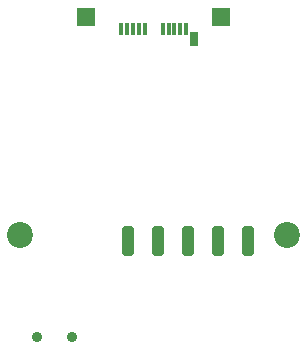
<source format=gbr>
%TF.GenerationSoftware,KiCad,Pcbnew,7.0.8*%
%TF.CreationDate,2024-04-10T13:39:31+02:00*%
%TF.ProjectId,Expansion_Card_Retrofit,45787061-6e73-4696-9f6e-5f436172645f,X1*%
%TF.SameCoordinates,Original*%
%TF.FileFunction,Soldermask,Bot*%
%TF.FilePolarity,Negative*%
%FSLAX46Y46*%
G04 Gerber Fmt 4.6, Leading zero omitted, Abs format (unit mm)*
G04 Created by KiCad (PCBNEW 7.0.8) date 2024-04-10 13:39:31*
%MOMM*%
%LPD*%
G01*
G04 APERTURE LIST*
G04 Aperture macros list*
%AMRoundRect*
0 Rectangle with rounded corners*
0 $1 Rounding radius*
0 $2 $3 $4 $5 $6 $7 $8 $9 X,Y pos of 4 corners*
0 Add a 4 corners polygon primitive as box body*
4,1,4,$2,$3,$4,$5,$6,$7,$8,$9,$2,$3,0*
0 Add four circle primitives for the rounded corners*
1,1,$1+$1,$2,$3*
1,1,$1+$1,$4,$5*
1,1,$1+$1,$6,$7*
1,1,$1+$1,$8,$9*
0 Add four rect primitives between the rounded corners*
20,1,$1+$1,$2,$3,$4,$5,0*
20,1,$1+$1,$4,$5,$6,$7,0*
20,1,$1+$1,$6,$7,$8,$9,0*
20,1,$1+$1,$8,$9,$2,$3,0*%
G04 Aperture macros list end*
%ADD10C,2.200000*%
%ADD11R,0.380000X1.000000*%
%ADD12R,0.700000X1.150000*%
%ADD13RoundRect,0.250000X-0.250000X-1.000000X0.250000X-1.000000X0.250000X1.000000X-0.250000X1.000000X0*%
%ADD14C,0.900000*%
%ADD15R,1.500000X1.500000*%
G04 APERTURE END LIST*
D10*
%TO.C,H1*%
X129000000Y-104550000D03*
%TD*%
%TO.C,H2*%
X151600000Y-104550000D03*
%TD*%
D11*
%TO.C,P1*%
X143050000Y-87090000D03*
X142550000Y-87090000D03*
X142050000Y-87090000D03*
X141550000Y-87090000D03*
X141050000Y-87090000D03*
X139550000Y-87090000D03*
X139050000Y-87090000D03*
X138550000Y-87090000D03*
X138050000Y-87090000D03*
X137550000Y-87090000D03*
D12*
X143720000Y-87930000D03*
%TD*%
D13*
%TO.C,J1*%
X138120000Y-105025000D03*
X140660000Y-105025000D03*
X143200000Y-105025000D03*
X145740000Y-105025000D03*
X148280000Y-105025000D03*
%TD*%
D14*
%TO.C,S1*%
X133400000Y-113200000D03*
X130400000Y-113200000D03*
%TD*%
D15*
%TO.C,TP2*%
X134600000Y-86050000D03*
%TD*%
%TO.C,TP4*%
X146000000Y-86050000D03*
%TD*%
M02*

</source>
